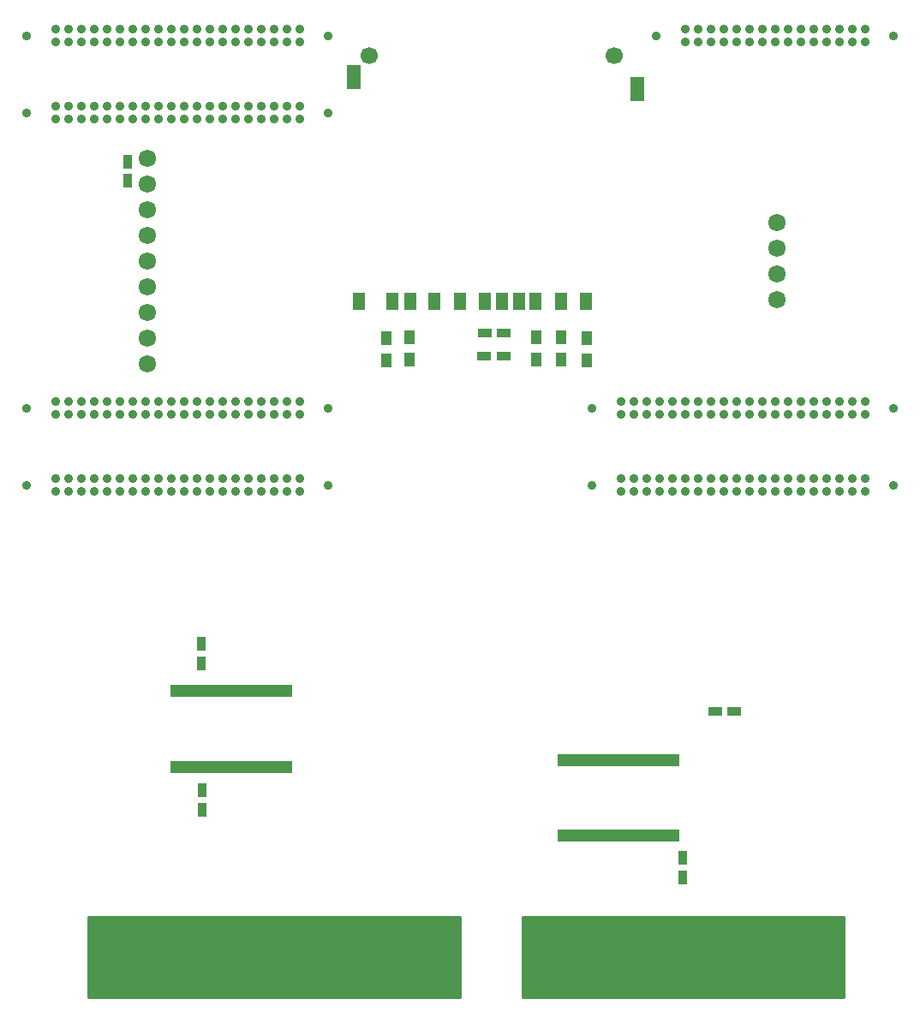
<source format=gbs>
G04 #@! TF.FileFunction,Soldermask,Bot*
%FSLAX46Y46*%
G04 Gerber Fmt 4.6, Leading zero omitted, Abs format (unit mm)*
G04 Created by KiCad (PCBNEW 4.0.2-stable) date 05.06.2016 11:41:23*
%MOMM*%
G01*
G04 APERTURE LIST*
%ADD10C,0.150000*%
%ADD11C,0.900000*%
%ADD12R,0.950000X1.400000*%
%ADD13R,1.100000X1.400000*%
%ADD14R,1.400000X0.950000*%
%ADD15R,0.485000X1.200000*%
%ADD16R,1.200000X1.700000*%
%ADD17R,1.400000X2.400000*%
%ADD18C,1.700000*%
%ADD19C,1.724000*%
%ADD20C,0.254000*%
G04 APERTURE END LIST*
D10*
D11*
X99009200Y-62395100D03*
X99009200Y-63665100D03*
X100279200Y-62395100D03*
X100279200Y-63665100D03*
X101549200Y-62395100D03*
X101549200Y-63665100D03*
X102819200Y-62395100D03*
X102819200Y-63665100D03*
X104089200Y-62395100D03*
X104089200Y-63665100D03*
X105359200Y-62395100D03*
X105359200Y-63665100D03*
X106629200Y-62395100D03*
X106629200Y-63665100D03*
X107899200Y-62395100D03*
X107899200Y-63665100D03*
X109169200Y-62395100D03*
X109169200Y-63665100D03*
X110439200Y-62395100D03*
X110439200Y-63665100D03*
X111709200Y-62395100D03*
X111709200Y-63665100D03*
X112979200Y-62395100D03*
X112979200Y-63665100D03*
X114249200Y-62395100D03*
X114249200Y-63665100D03*
X36779200Y-62395100D03*
X36779200Y-63665100D03*
X38049200Y-62395100D03*
X38049200Y-63665100D03*
X39319200Y-62395100D03*
X39319200Y-63665100D03*
X40589200Y-62395100D03*
X40589200Y-63665100D03*
X41859200Y-62395100D03*
X41859200Y-63665100D03*
X43129200Y-62395100D03*
X43129200Y-63665100D03*
X44399200Y-62395100D03*
X44399200Y-63665100D03*
X45669200Y-62395100D03*
X45669200Y-63665100D03*
X46939200Y-62395100D03*
X46939200Y-63665100D03*
X48209200Y-62395100D03*
X48209200Y-63665100D03*
X49479200Y-62395100D03*
X49479200Y-63665100D03*
X50749200Y-62395100D03*
X50749200Y-63665100D03*
X52019200Y-62395100D03*
X52019200Y-63665100D03*
X53289200Y-62395100D03*
X53289200Y-63665100D03*
X54559200Y-62395100D03*
X54559200Y-63665100D03*
X55829200Y-62395100D03*
X55829200Y-63665100D03*
X57099200Y-62395100D03*
X57099200Y-63665100D03*
X58369200Y-62395100D03*
X58369200Y-63665100D03*
X59639200Y-62395100D03*
X59639200Y-63665100D03*
X60909200Y-62395100D03*
X60909200Y-63665100D03*
X60909200Y-108115100D03*
X60909200Y-106845100D03*
X59639200Y-108115100D03*
X59639200Y-106845100D03*
X58369200Y-108115100D03*
X58369200Y-106845100D03*
X57099200Y-108115100D03*
X57099200Y-106845100D03*
X55829200Y-108115100D03*
X55829200Y-106845100D03*
X54559200Y-108115100D03*
X54559200Y-106845100D03*
X53289200Y-108115100D03*
X53289200Y-106845100D03*
X52019200Y-108115100D03*
X52019200Y-106845100D03*
X50749200Y-108115100D03*
X50749200Y-106845100D03*
X49479200Y-108115100D03*
X49479200Y-106845100D03*
X48209200Y-108115100D03*
X48209200Y-106845100D03*
X46939200Y-108115100D03*
X46939200Y-106845100D03*
X45669200Y-108115100D03*
X45669200Y-106845100D03*
X44399200Y-108115100D03*
X44399200Y-106845100D03*
X43129200Y-108115100D03*
X43129200Y-106845100D03*
X41859200Y-108115100D03*
X41859200Y-106845100D03*
X40589200Y-108115100D03*
X40589200Y-106845100D03*
X39319200Y-108115100D03*
X39319200Y-106845100D03*
X38049200Y-108115100D03*
X38049200Y-106845100D03*
X36779200Y-108115100D03*
X36779200Y-106845100D03*
X60909200Y-100495100D03*
X60909200Y-99225100D03*
X59639200Y-100495100D03*
X59639200Y-99225100D03*
X58369200Y-100495100D03*
X58369200Y-99225100D03*
X57099200Y-100495100D03*
X57099200Y-99225100D03*
X55829200Y-100495100D03*
X55829200Y-99225100D03*
X54559200Y-100495100D03*
X54559200Y-99225100D03*
X53289200Y-100495100D03*
X53289200Y-99225100D03*
X52019200Y-100495100D03*
X52019200Y-99225100D03*
X50749200Y-99225100D03*
X50749200Y-100495100D03*
X49479200Y-100495100D03*
X49479200Y-99225100D03*
X48209200Y-100495100D03*
X48209200Y-99225100D03*
X46939200Y-100495100D03*
X46939200Y-99225100D03*
X45669200Y-100495100D03*
X45669200Y-99225100D03*
X44399200Y-99225100D03*
X44399200Y-100495100D03*
X43129200Y-100495100D03*
X43129200Y-99225100D03*
X41859200Y-100495100D03*
X41859200Y-99225100D03*
X40589200Y-100495100D03*
X40589200Y-99225100D03*
X39319200Y-100495100D03*
X39319200Y-99225100D03*
X38049200Y-99225100D03*
X38049200Y-100495100D03*
X36779200Y-100495100D03*
X36779200Y-99225100D03*
X102819200Y-106845100D03*
X104089200Y-108115100D03*
X104089200Y-106845100D03*
X102819200Y-108115100D03*
X100279200Y-108115100D03*
X100279200Y-106845100D03*
X99009200Y-108115100D03*
X99009200Y-106845100D03*
X96469200Y-106845100D03*
X97739200Y-108115100D03*
X97739200Y-106845100D03*
X96469200Y-108115100D03*
X95199200Y-108115100D03*
X95199200Y-106845100D03*
X93929200Y-108115100D03*
X93929200Y-106845100D03*
X92659200Y-108115100D03*
X92659200Y-106845100D03*
X101549200Y-108115100D03*
X101549200Y-106845100D03*
X112979200Y-108115100D03*
X112979200Y-106845100D03*
X111709200Y-108115100D03*
X111709200Y-106845100D03*
X114249200Y-108115100D03*
X114249200Y-106845100D03*
X109169200Y-106845100D03*
X110439200Y-108115100D03*
X110439200Y-106845100D03*
X109169200Y-108115100D03*
X107899200Y-108115100D03*
X107899200Y-106845100D03*
X106629200Y-108115100D03*
X106629200Y-106845100D03*
X105359200Y-108115100D03*
X105359200Y-106845100D03*
X115519200Y-106845100D03*
X116789200Y-108115100D03*
X116789200Y-106845100D03*
X115519200Y-108115100D03*
X96469200Y-100495100D03*
X97739200Y-100495100D03*
X96469200Y-99225100D03*
X97739200Y-99225100D03*
X95199200Y-100495100D03*
X93929200Y-100495100D03*
X93929200Y-99225100D03*
X92659200Y-100495100D03*
X95199200Y-99225100D03*
X92659200Y-99225100D03*
X115519200Y-100495100D03*
X116789200Y-100495100D03*
X115519200Y-99225100D03*
X116789200Y-99225100D03*
X105359200Y-100495100D03*
X102819200Y-99225100D03*
X104089200Y-100495100D03*
X104089200Y-99225100D03*
X102819200Y-100495100D03*
X105359200Y-99225100D03*
X107899200Y-100495100D03*
X107899200Y-99225100D03*
X109169200Y-100495100D03*
X106629200Y-100495100D03*
X110439200Y-99225100D03*
X109169200Y-99225100D03*
X110439200Y-100495100D03*
X106629200Y-99225100D03*
X101549200Y-100495100D03*
X100279200Y-100495100D03*
X100279200Y-99225100D03*
X99009200Y-100495100D03*
X99009200Y-99225100D03*
X101549200Y-99225100D03*
X114249200Y-100495100D03*
X112979200Y-100495100D03*
X112979200Y-99225100D03*
X111709200Y-100495100D03*
X111709200Y-99225100D03*
X114249200Y-99225100D03*
X36779200Y-70015100D03*
X36779200Y-71285100D03*
X38049200Y-70015100D03*
X38049200Y-71285100D03*
X39319200Y-70015100D03*
X39319200Y-71285100D03*
X40589200Y-70015100D03*
X40589200Y-71285100D03*
X41859200Y-70015100D03*
X41859200Y-71285100D03*
X43129200Y-70015100D03*
X43129200Y-71285100D03*
X44399200Y-70015100D03*
X44399200Y-71285100D03*
X45669200Y-70015100D03*
X45669200Y-71285100D03*
X46939200Y-70015100D03*
X46939200Y-71285100D03*
X48209200Y-70015100D03*
X48209200Y-71285100D03*
X49479200Y-70015100D03*
X49479200Y-71285100D03*
X50749200Y-70015100D03*
X50749200Y-71285100D03*
X52019200Y-70015100D03*
X52019200Y-71285100D03*
X53289200Y-70015100D03*
X53289200Y-71285100D03*
X54559200Y-70015100D03*
X54559200Y-71285100D03*
X55829200Y-70015100D03*
X55829200Y-71285100D03*
X57099200Y-70015100D03*
X57099200Y-71285100D03*
X58369200Y-70015100D03*
X58369200Y-71285100D03*
X59639200Y-70015100D03*
X59639200Y-71285100D03*
X60909200Y-70015100D03*
X60909200Y-71285100D03*
X115519200Y-62395100D03*
X115519200Y-63665100D03*
X116789200Y-62395100D03*
X116789200Y-63665100D03*
X119646700Y-63030100D03*
X96151700Y-63030100D03*
X63766700Y-63030100D03*
X33921700Y-63030100D03*
X63766700Y-70650100D03*
X33921700Y-70650100D03*
X63766700Y-99860100D03*
X63766700Y-107480100D03*
X33921700Y-99860100D03*
X33921700Y-107480100D03*
X119646700Y-99860100D03*
X89801700Y-99860100D03*
X89801700Y-107480100D03*
X119646700Y-107480100D03*
D12*
X51180000Y-125090000D03*
X51180000Y-123190000D03*
X98760000Y-144380000D03*
X98760000Y-146280000D03*
D13*
X84320000Y-95080000D03*
X84320000Y-92880000D03*
X71770000Y-95100000D03*
X71770000Y-92900000D03*
D12*
X51290000Y-137680000D03*
X51290000Y-139580000D03*
D14*
X101990000Y-129910000D03*
X103890000Y-129910000D03*
D13*
X89310000Y-95170000D03*
X89310000Y-92970000D03*
X86750000Y-95100000D03*
X86750000Y-92900000D03*
X69490000Y-95170000D03*
X69490000Y-92970000D03*
D15*
X98200000Y-142160000D03*
X97700000Y-142160000D03*
X97200000Y-142160000D03*
X96700000Y-142160000D03*
X96200000Y-142160000D03*
X95700000Y-142160000D03*
X95200000Y-142160000D03*
X94700000Y-142160000D03*
X94200000Y-142160000D03*
X93700000Y-142160000D03*
X93200000Y-142160000D03*
X92700000Y-142160000D03*
X92200000Y-142160000D03*
X91700000Y-142160000D03*
X91200000Y-142160000D03*
X90700000Y-142160000D03*
X90200000Y-142160000D03*
X89700000Y-142160000D03*
X89200000Y-142160000D03*
X88700000Y-142160000D03*
X88200000Y-142160000D03*
X87700000Y-142160000D03*
X87200000Y-142160000D03*
X86700000Y-142160000D03*
X86700000Y-134660000D03*
X87200000Y-134660000D03*
X87700000Y-134660000D03*
X88200000Y-134660000D03*
X88700000Y-134660000D03*
X89200000Y-134660000D03*
X89700000Y-134660000D03*
X90200000Y-134660000D03*
X90700000Y-134660000D03*
X91200000Y-134660000D03*
X91700000Y-134660000D03*
X92200000Y-134660000D03*
X92700000Y-134660000D03*
X93200000Y-134660000D03*
X93700000Y-134660000D03*
X94200000Y-134660000D03*
X94700000Y-134660000D03*
X95200000Y-134660000D03*
X95700000Y-134660000D03*
X96200000Y-134660000D03*
X96700000Y-134660000D03*
X97200000Y-134660000D03*
X97700000Y-134660000D03*
X98200000Y-134660000D03*
D14*
X79210000Y-92480000D03*
X81110000Y-92480000D03*
X79180000Y-94760000D03*
X81080000Y-94760000D03*
D12*
X43950000Y-75480000D03*
X43950000Y-77380000D03*
D15*
X59940000Y-135380000D03*
X59440000Y-135380000D03*
X58940000Y-135380000D03*
X58440000Y-135380000D03*
X57940000Y-135380000D03*
X57440000Y-135380000D03*
X56940000Y-135380000D03*
X56440000Y-135380000D03*
X55940000Y-135380000D03*
X55440000Y-135380000D03*
X54940000Y-135380000D03*
X54440000Y-135380000D03*
X53940000Y-135380000D03*
X53440000Y-135380000D03*
X52940000Y-135380000D03*
X52440000Y-135380000D03*
X51940000Y-135380000D03*
X51440000Y-135380000D03*
X50940000Y-135380000D03*
X50440000Y-135380000D03*
X49940000Y-135380000D03*
X49440000Y-135380000D03*
X48940000Y-135380000D03*
X48440000Y-135380000D03*
X48440000Y-127880000D03*
X48940000Y-127880000D03*
X49440000Y-127880000D03*
X49940000Y-127880000D03*
X50440000Y-127880000D03*
X50940000Y-127880000D03*
X51440000Y-127880000D03*
X51940000Y-127880000D03*
X52440000Y-127880000D03*
X52940000Y-127880000D03*
X53440000Y-127880000D03*
X53940000Y-127880000D03*
X54440000Y-127880000D03*
X54940000Y-127880000D03*
X55440000Y-127880000D03*
X55940000Y-127880000D03*
X56440000Y-127880000D03*
X56940000Y-127880000D03*
X57440000Y-127880000D03*
X57940000Y-127880000D03*
X58440000Y-127880000D03*
X58940000Y-127880000D03*
X59440000Y-127880000D03*
X59940000Y-127880000D03*
D16*
X86745000Y-89350000D03*
X84245000Y-89350000D03*
X80945000Y-89350000D03*
X79245000Y-89350000D03*
X76745000Y-89350000D03*
X74245000Y-89350000D03*
X71820000Y-89350000D03*
X70120000Y-89350000D03*
X89245000Y-89350000D03*
X82595000Y-89350000D03*
X66770000Y-89350000D03*
D17*
X94270000Y-68350000D03*
X66270000Y-67150000D03*
D18*
X91970000Y-65050000D03*
X67770000Y-65050000D03*
D19*
X45890000Y-75190000D03*
X45890000Y-77730000D03*
X45890000Y-80270000D03*
X45890000Y-82810000D03*
X45890000Y-85350000D03*
X45890000Y-87890000D03*
X45890000Y-90430000D03*
X45890000Y-92970000D03*
X45890000Y-95510000D03*
X108120000Y-81540000D03*
X108120000Y-84080000D03*
X108120000Y-89160000D03*
X108120000Y-86620000D03*
D20*
G36*
X114731800Y-158153100D02*
X82984340Y-158153100D01*
X82984340Y-150157180D01*
X114731800Y-150157180D01*
X114731800Y-158153100D01*
X114731800Y-158153100D01*
G37*
X114731800Y-158153100D02*
X82984340Y-158153100D01*
X82984340Y-150157180D01*
X114731800Y-150157180D01*
X114731800Y-158153100D01*
G36*
X76730860Y-158153100D02*
X39984680Y-158153100D01*
X39984680Y-150157180D01*
X76730860Y-150157180D01*
X76730860Y-158153100D01*
X76730860Y-158153100D01*
G37*
X76730860Y-158153100D02*
X39984680Y-158153100D01*
X39984680Y-150157180D01*
X76730860Y-150157180D01*
X76730860Y-158153100D01*
M02*

</source>
